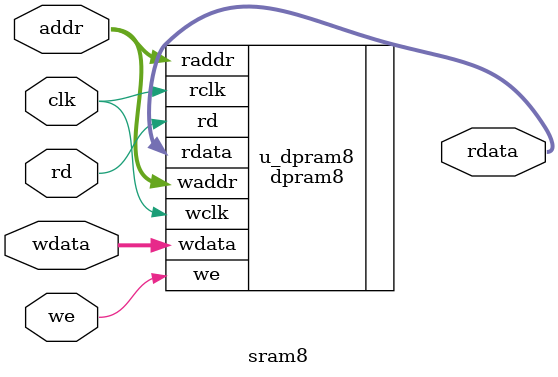
<source format=v>
`include "timescale.v"

module sram8 (
        clk, 
        we,
        rd,
        addr,
        wdata,
        rdata
        );

   parameter ADDR_WIDTH =  11;

   input clk; 
   input we;
   input rd;
   input [ADDR_WIDTH-1:0] addr;
   input [7:0] wdata; 
   output wire [7:0] rdata;


  dpram8 #(ADDR_WIDTH) u_dpram8(
     .wclk (clk), 
     .rclk (clk), 
     .we (we),
     .rd (rd),
     .waddr (addr),
     .raddr (addr),
     .wdata (wdata),
     .rdata (rdata)
     );

endmodule

</source>
